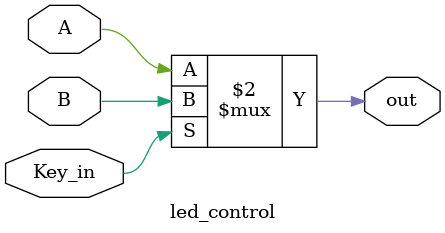
<source format=v>

module led_control(A,B,Key_in,out);

input A,B;

input Key_in;

output out;
assign out=(Key_in==0)? A:B;

endmodule
</source>
